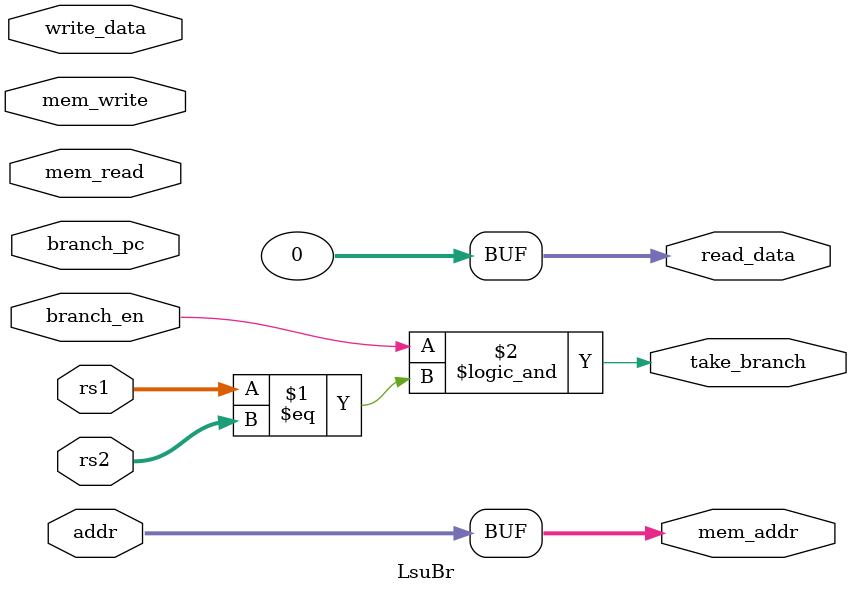
<source format=sv>
module LsuBr (
    input  logic [31:0] addr,
    input  logic [31:0] write_data,
    input  logic        mem_read,
    input  logic        mem_write,
    input  logic        branch_en,
    input  logic [31:0] branch_pc,
    input  logic [31:0] rs1,
    input  logic [31:0] rs2,
    output logic        take_branch,
    output logic [31:0] read_data,
    output logic [31:0] mem_addr
);
    assign take_branch = branch_en && (rs1 == rs2); // Simple BEQ
    assign mem_addr = addr;
    // Memory access handled outside (with DataMemory)
    assign read_data = 32'd0;
endmodule
</source>
